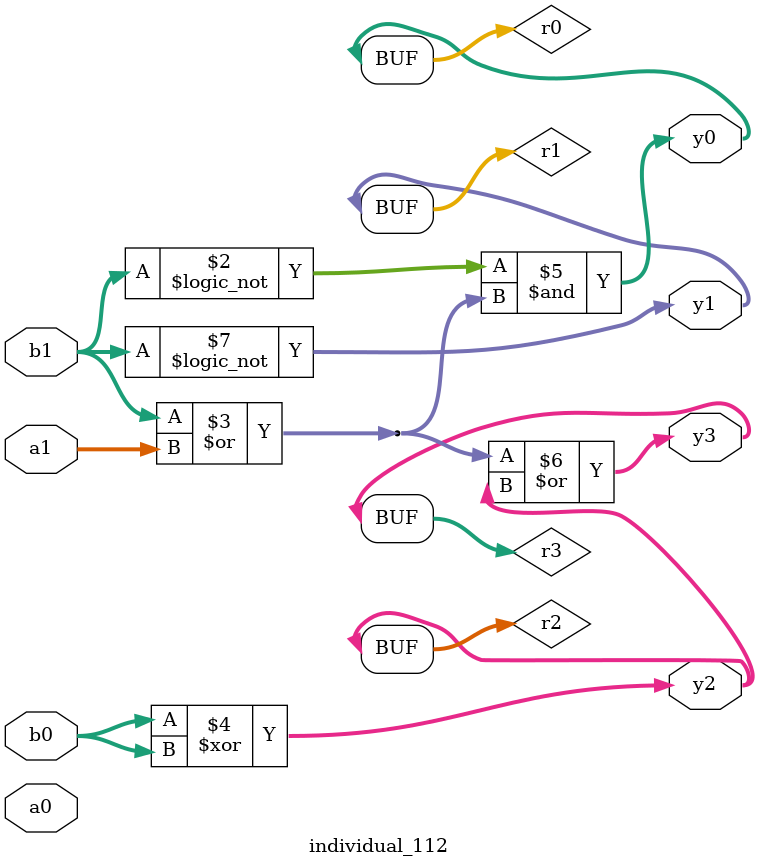
<source format=sv>
module individual_112(input logic [15:0] a1, input logic [15:0] a0, input logic [15:0] b1, input logic [15:0] b0, output logic [15:0] y3, output logic [15:0] y2, output logic [15:0] y1, output logic [15:0] y0);
logic [15:0] r0, r1, r2, r3; 
 always@(*) begin 
	 r0 = a0; r1 = a1; r2 = b0; r3 = b1; 
 	 r0 = ! r3 ;
 	 r3  |=  a1 ;
 	 r2  ^=  r2 ;
 	 r0  &=  r3 ;
 	 r3  |=  r2 ;
 	 r1 = ! b1 ;
 	 y3 = r3; y2 = r2; y1 = r1; y0 = r0; 
end
endmodule
</source>
